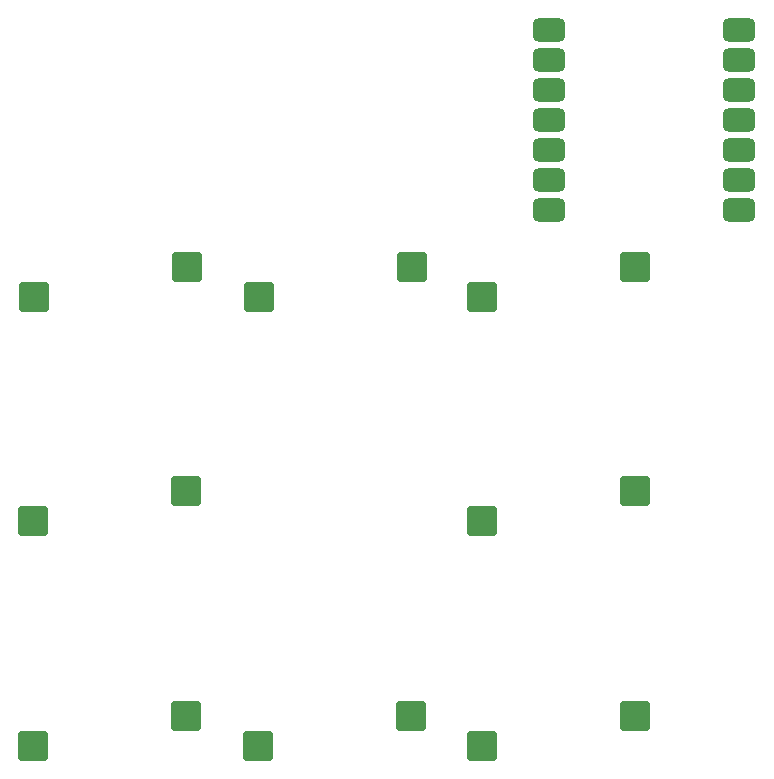
<source format=gbr>
%TF.GenerationSoftware,KiCad,Pcbnew,8.0.6*%
%TF.CreationDate,2024-10-30T00:35:20-04:00*%
%TF.ProjectId,MyHackpad,4d794861-636b-4706-9164-2e6b69636164,rev?*%
%TF.SameCoordinates,Original*%
%TF.FileFunction,Paste,Bot*%
%TF.FilePolarity,Positive*%
%FSLAX46Y46*%
G04 Gerber Fmt 4.6, Leading zero omitted, Abs format (unit mm)*
G04 Created by KiCad (PCBNEW 8.0.6) date 2024-10-30 00:35:20*
%MOMM*%
%LPD*%
G01*
G04 APERTURE LIST*
G04 Aperture macros list*
%AMRoundRect*
0 Rectangle with rounded corners*
0 $1 Rounding radius*
0 $2 $3 $4 $5 $6 $7 $8 $9 X,Y pos of 4 corners*
0 Add a 4 corners polygon primitive as box body*
4,1,4,$2,$3,$4,$5,$6,$7,$8,$9,$2,$3,0*
0 Add four circle primitives for the rounded corners*
1,1,$1+$1,$2,$3*
1,1,$1+$1,$4,$5*
1,1,$1+$1,$6,$7*
1,1,$1+$1,$8,$9*
0 Add four rect primitives between the rounded corners*
20,1,$1+$1,$2,$3,$4,$5,0*
20,1,$1+$1,$4,$5,$6,$7,0*
20,1,$1+$1,$6,$7,$8,$9,0*
20,1,$1+$1,$8,$9,$2,$3,0*%
G04 Aperture macros list end*
%ADD10RoundRect,0.250000X-1.025000X-1.000000X1.025000X-1.000000X1.025000X1.000000X-1.025000X1.000000X0*%
%ADD11RoundRect,0.500000X0.875000X0.500000X-0.875000X0.500000X-0.875000X-0.500000X0.875000X-0.500000X0*%
G04 APERTURE END LIST*
D10*
%TO.C,K6*%
X44915000Y-75460000D03*
X57842000Y-72920000D03*
%TD*%
%TO.C,K5*%
X63915000Y-75460000D03*
X76842000Y-72920000D03*
%TD*%
%TO.C,K7*%
X25915000Y-75460000D03*
X38842000Y-72920000D03*
%TD*%
%TO.C,K4*%
X63915000Y-56460000D03*
X76842000Y-53920000D03*
%TD*%
%TO.C,K1*%
X25995000Y-37460000D03*
X38922000Y-34920000D03*
%TD*%
%TO.C,K8*%
X25915000Y-56460000D03*
X38842000Y-53920000D03*
%TD*%
%TO.C,K2*%
X44995000Y-37460000D03*
X57922000Y-34920000D03*
%TD*%
%TO.C,K3*%
X63915000Y-37460000D03*
X76842000Y-34920000D03*
%TD*%
D11*
%TO.C,U2*%
X85685000Y-14880000D03*
X85685000Y-17420000D03*
X85685000Y-19960000D03*
X85685000Y-22500000D03*
X85685000Y-25040000D03*
X85685000Y-27580000D03*
X85685000Y-30120000D03*
X69520000Y-30120000D03*
X69520000Y-27580000D03*
X69520000Y-25040000D03*
X69520000Y-22500000D03*
X69520000Y-19960000D03*
X69520000Y-17420000D03*
X69520000Y-14880000D03*
%TD*%
M02*

</source>
